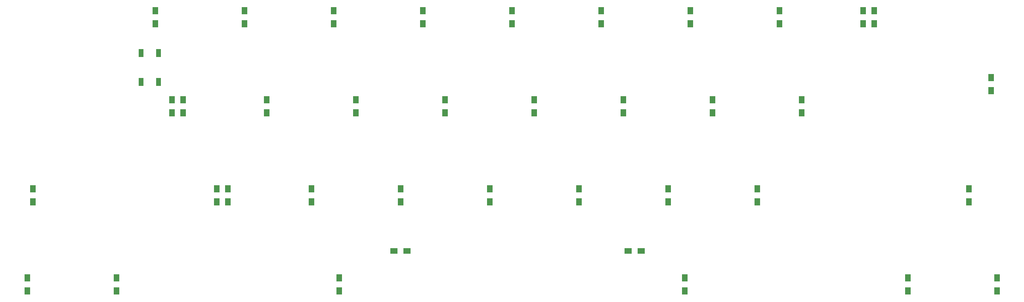
<source format=gbr>
%TF.GenerationSoftware,KiCad,Pcbnew,(5.1.9)-1*%
%TF.CreationDate,2021-08-31T12:46:25-07:00*%
%TF.ProjectId,warpstone,77617270-7374-46f6-9e65-2e6b69636164,rev?*%
%TF.SameCoordinates,Original*%
%TF.FileFunction,Paste,Bot*%
%TF.FilePolarity,Positive*%
%FSLAX46Y46*%
G04 Gerber Fmt 4.6, Leading zero omitted, Abs format (unit mm)*
G04 Created by KiCad (PCBNEW (5.1.9)-1) date 2021-08-31 12:46:25*
%MOMM*%
%LPD*%
G01*
G04 APERTURE LIST*
%ADD10R,1.100000X1.800000*%
%ADD11R,1.200000X1.600000*%
%ADD12R,1.600000X1.200000*%
G04 APERTURE END LIST*
D10*
%TO.C,SW1*%
X60190870Y-50725200D03*
X60190870Y-44525200D03*
X56490870Y-50725200D03*
X56490870Y-44525200D03*
%TD*%
D11*
%TO.C,D38*%
X239316630Y-95459770D03*
X239316630Y-92659770D03*
%TD*%
%TO.C,D37*%
X220266550Y-95459770D03*
X220266550Y-92659770D03*
%TD*%
%TO.C,D36*%
X172641350Y-95459770D03*
X172641350Y-92659770D03*
%TD*%
D12*
%TO.C,D35*%
X163325680Y-86915990D03*
X160525680Y-86915990D03*
%TD*%
%TO.C,D34*%
X110519220Y-86915990D03*
X113319220Y-86915990D03*
%TD*%
D11*
%TO.C,D33*%
X98822290Y-95459770D03*
X98822290Y-92659770D03*
%TD*%
%TO.C,D32*%
X51197090Y-95459770D03*
X51197090Y-92659770D03*
%TD*%
%TO.C,D31*%
X32147010Y-95459770D03*
X32147010Y-92659770D03*
%TD*%
%TO.C,D30*%
X233363480Y-76409690D03*
X233363480Y-73609690D03*
%TD*%
%TO.C,D29*%
X188119540Y-76409690D03*
X188119540Y-73609690D03*
%TD*%
%TO.C,D28*%
X169069460Y-76409690D03*
X169069460Y-73609690D03*
%TD*%
%TO.C,D27*%
X150019380Y-76409690D03*
X150019380Y-73609690D03*
%TD*%
%TO.C,D26*%
X130969300Y-76409690D03*
X130969300Y-73609690D03*
%TD*%
%TO.C,D25*%
X111919220Y-76409690D03*
X111919220Y-73609690D03*
%TD*%
%TO.C,D24*%
X92869140Y-76409690D03*
X92869140Y-73609690D03*
%TD*%
%TO.C,D23*%
X75009690Y-76409690D03*
X75009690Y-73609690D03*
%TD*%
%TO.C,D22*%
X72628430Y-76409690D03*
X72628430Y-73609690D03*
%TD*%
%TO.C,D21*%
X33337640Y-76409690D03*
X33337640Y-73609690D03*
%TD*%
%TO.C,D20*%
X238126000Y-52597090D03*
X238126000Y-49797090D03*
%TD*%
%TO.C,D19*%
X197644580Y-57359610D03*
X197644580Y-54559610D03*
%TD*%
%TO.C,D18*%
X178594500Y-57359610D03*
X178594500Y-54559610D03*
%TD*%
%TO.C,D17*%
X159544420Y-57359610D03*
X159544420Y-54559610D03*
%TD*%
%TO.C,D16*%
X140494340Y-57359610D03*
X140494340Y-54559610D03*
%TD*%
%TO.C,D15*%
X121444260Y-57359610D03*
X121444260Y-54559610D03*
%TD*%
%TO.C,D14*%
X102394180Y-57359610D03*
X102394180Y-54559610D03*
%TD*%
%TO.C,D13*%
X83344100Y-57359610D03*
X83344100Y-54559610D03*
%TD*%
%TO.C,D12*%
X65484650Y-57359610D03*
X65484650Y-54559610D03*
%TD*%
%TO.C,D11*%
X63103390Y-57359610D03*
X63103390Y-54559610D03*
%TD*%
%TO.C,D10*%
X213122770Y-38309530D03*
X213122770Y-35509530D03*
%TD*%
%TO.C,D9*%
X210741510Y-38309530D03*
X210741510Y-35509530D03*
%TD*%
%TO.C,D8*%
X192882060Y-38309530D03*
X192882060Y-35509530D03*
%TD*%
%TO.C,D7*%
X173831980Y-38309530D03*
X173831980Y-35509530D03*
%TD*%
%TO.C,D6*%
X154781900Y-38309530D03*
X154781900Y-35509530D03*
%TD*%
%TO.C,D5*%
X135731820Y-38309530D03*
X135731820Y-35509530D03*
%TD*%
%TO.C,D4*%
X116681740Y-38309530D03*
X116681740Y-35509530D03*
%TD*%
%TO.C,D3*%
X97631660Y-38309530D03*
X97631660Y-35509530D03*
%TD*%
%TO.C,D2*%
X78581580Y-38309530D03*
X78581580Y-35509530D03*
%TD*%
%TO.C,D1*%
X59531500Y-38309530D03*
X59531500Y-35509530D03*
%TD*%
M02*

</source>
